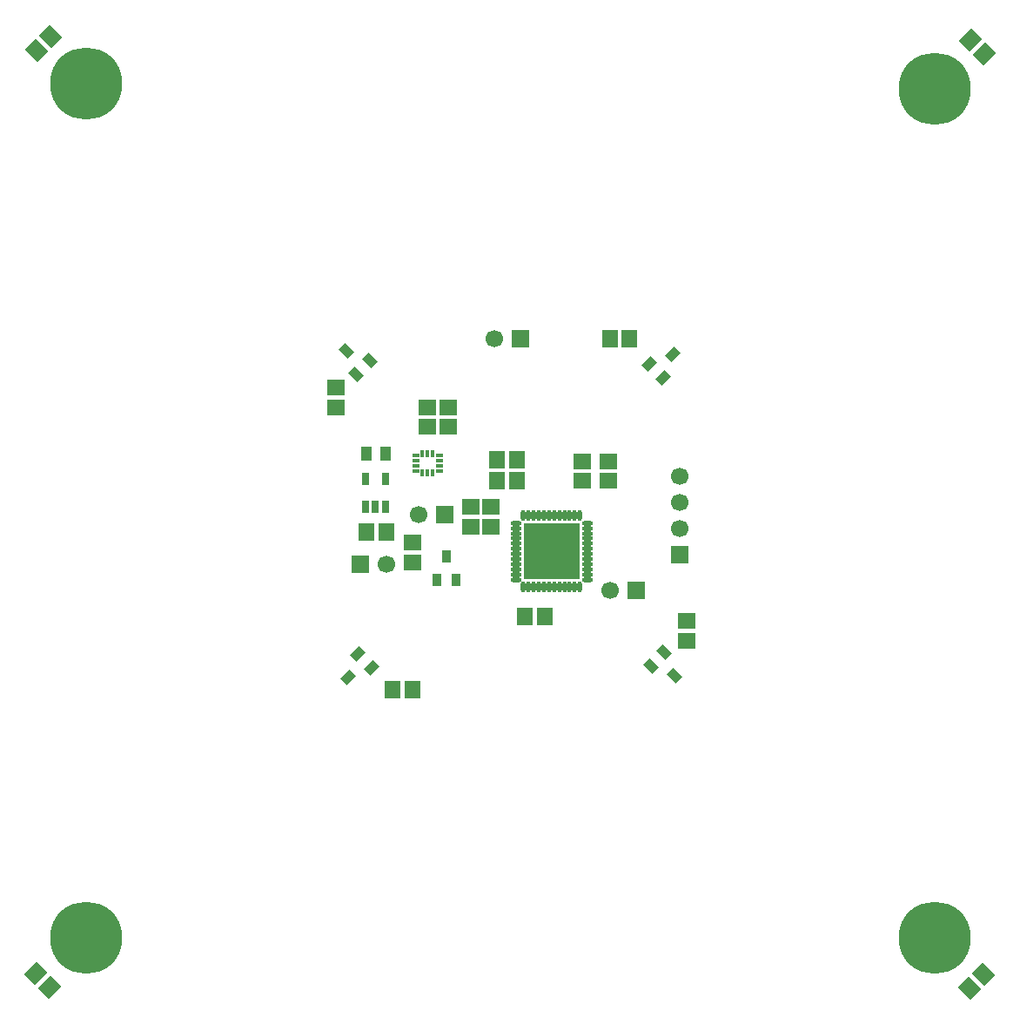
<source format=gts>
G04 DipTrace 3.2.0.1*
G04 Rev1.3.gts*
%MOIN*%
G04 #@! TF.FileFunction,Soldermask,Top*
G04 #@! TF.Part,Single*
%AMOUTLINE1*
4,1,4,
-0.005568,-0.02923,
-0.02923,-0.005568,
0.005568,0.02923,
0.02923,0.005568,
-0.005568,-0.02923,
0*%
%AMOUTLINE4*
4,1,4,
-0.02923,0.005568,
-0.005568,0.02923,
0.02923,-0.005568,
0.005568,-0.02923,
-0.02923,0.005568,
0*%
%AMOUTLINE7*
4,1,4,
-0.044542,-0.002783,
0.002783,0.044542,
0.044542,0.002783,
-0.002783,-0.044542,
-0.044542,-0.002783,
0*%
%AMOUTLINE10*
4,1,4,
0.002783,-0.044542,
-0.044542,0.002783,
-0.002783,0.044542,
0.044542,-0.002783,
0.002783,-0.044542,
0*%
%ADD38C,0.275591*%
%ADD43R,0.017717X0.026575*%
%ADD45R,0.026575X0.017717*%
%ADD49R,0.033465X0.049213*%
%ADD51R,0.03937X0.055118*%
%ADD53R,0.059055X0.066929*%
%ADD55R,0.031496X0.051181*%
%ADD57R,0.066929X0.059055*%
%ADD59C,0.066929*%
%ADD61R,0.066929X0.066929*%
%ADD63R,0.212598X0.212598*%
%ADD65O,0.041339X0.019685*%
%ADD67O,0.019685X0.041339*%
%ADD74OUTLINE1*%
%ADD77OUTLINE4*%
%ADD80OUTLINE7*%
%ADD83OUTLINE10*%
%FSLAX26Y26*%
G04*
G70*
G90*
G75*
G01*
G04 TopMask*
%LPD*%
D67*
X2382677Y2051428D3*
X2402362D3*
X2422047D3*
X2441732D3*
X2461417D3*
X2481102D3*
X2500787D3*
X2520472D3*
X2540157D3*
X2559843D3*
X2579528D3*
X2599213D3*
D65*
X2626772Y2078987D3*
Y2098672D3*
Y2118357D3*
Y2138042D3*
Y2157727D3*
Y2177412D3*
Y2197097D3*
Y2216782D3*
Y2236467D3*
Y2256152D3*
Y2275837D3*
Y2295522D3*
D67*
X2599213Y2323081D3*
X2579528D3*
X2559843D3*
X2540157D3*
X2520472D3*
X2500787D3*
X2481102D3*
X2461417D3*
X2441732D3*
X2422047D3*
X2402362D3*
X2382677Y2323087D3*
D65*
X2355118Y2295522D3*
Y2275837D3*
Y2256152D3*
Y2236467D3*
Y2216782D3*
Y2197097D3*
Y2177412D3*
Y2157727D3*
Y2138042D3*
Y2118357D3*
Y2098672D3*
Y2078987D3*
D63*
X2490945Y2187257D3*
D61*
X2813877Y2038958D3*
D59*
X2713877D3*
D57*
X2182693Y2357675D3*
Y2282871D3*
D55*
X1778824Y2359264D3*
X1816226D3*
X1853627D3*
Y2465563D3*
X1778824D3*
D53*
X1782580Y2262794D3*
X1857383D3*
D61*
X1757579Y2137795D3*
D59*
X1857579D3*
D51*
X1782579Y2562794D3*
X1853445D3*
D57*
X1957717Y2220189D3*
Y2145386D3*
X2095202Y2663892D3*
Y2738696D3*
X2013961Y2663892D3*
Y2738696D3*
D61*
X2372047Y3001969D3*
D59*
X2272047D3*
D74*
X1801181Y1742126D3*
X1748286Y1795020D3*
X1710705Y1704545D3*
D77*
X2923228Y1801181D3*
X2870335Y1748286D3*
X2960810Y1710705D3*
D74*
X2864173Y2903543D3*
X2917068Y2850650D3*
X2954650Y2941125D3*
D77*
X1742126Y2864173D3*
X1795020Y2917068D3*
X1704545Y2954650D3*
D61*
X2982283Y2175197D3*
D59*
Y2275197D3*
Y2375197D3*
Y2475197D3*
D53*
X2388921Y1938969D3*
X2463724D3*
X2282677Y2457677D3*
X2357480D3*
X2282677Y2538927D3*
X2357480D3*
D49*
X2051457Y2076454D3*
X2126260D3*
X2088858Y2167005D3*
D80*
X568701Y518701D3*
X515807Y571594D3*
D83*
X4143701Y568701D3*
X4090807Y515807D3*
D80*
X4093701Y4143701D3*
X4146594Y4090807D3*
D83*
X518701Y4106201D3*
X571594Y4159094D3*
D53*
X1957677Y1657677D3*
X1882874D3*
D57*
X3007677Y1920177D3*
Y1845374D3*
D53*
X2713928Y3001427D3*
X2788731D3*
D57*
X1663927Y2738928D3*
Y2813731D3*
X2707677Y2457874D3*
Y2532677D3*
X2607677Y2457677D3*
Y2532480D3*
X2257685Y2357675D3*
Y2282871D3*
D45*
X1970215Y2495160D3*
Y2514845D3*
Y2534530D3*
Y2554215D3*
X2061711Y2495160D3*
Y2514845D3*
Y2534530D3*
Y2554215D3*
D43*
X2035648Y2487995D3*
X2015963D3*
X1996278D3*
X2035648Y2559806D3*
X2015963D3*
X1996278D3*
D61*
X2082703Y2326428D3*
D59*
X1982703D3*
D38*
X3956693Y708661D3*
X708661D3*
Y3976378D3*
X3956693Y3956693D3*
M02*

</source>
